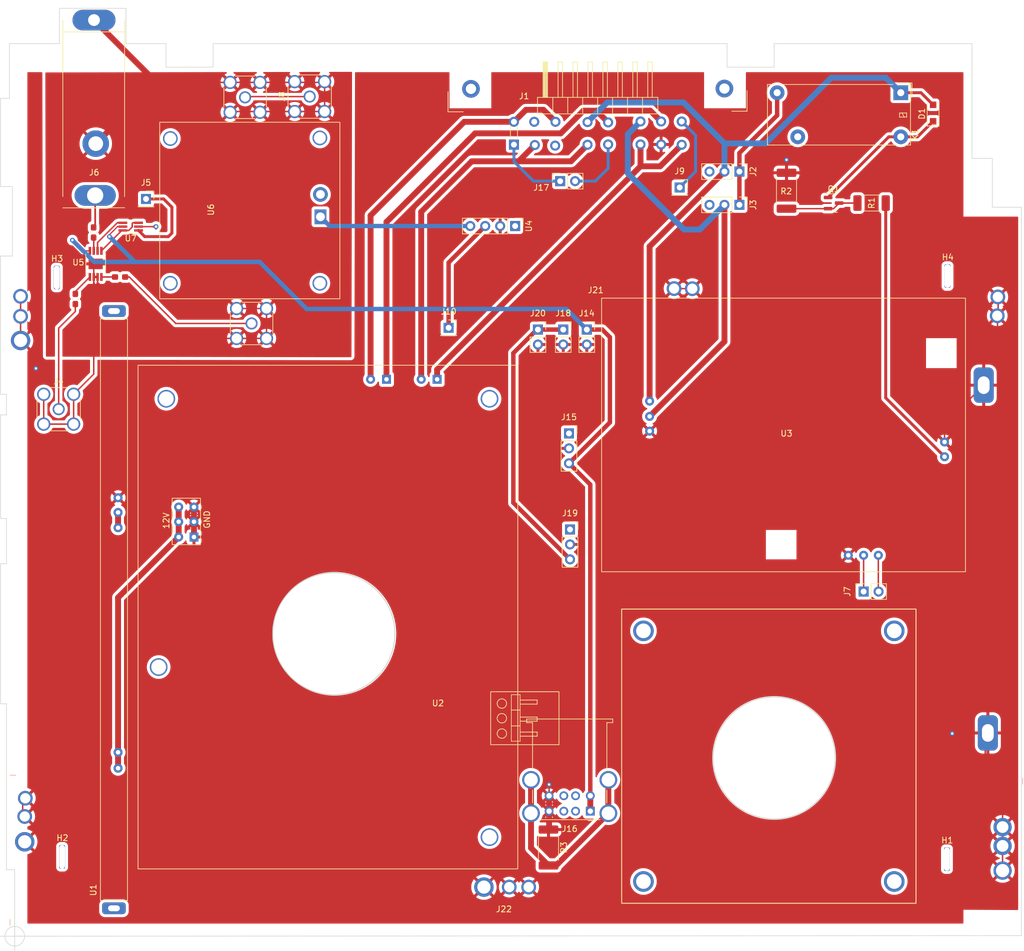
<source format=kicad_pcb>
(kicad_pcb (version 20211014) (generator pcbnew)
  (layers (0 "F.Cu" signal) (1 "In1.Cu" power) (2 "In2.Cu" power) (31 "B.Cu" signal) (34 "B.Paste" user) (35 "F.Paste" user) (36 "B.SilkS" user "B.Silkscreen") (37 "F.SilkS" user "F.Silkscreen") (38 "B.Mask" user) (39 "F.Mask" user) (44 "Edge.Cuts" user))
  (net 0 "")
  (net 1 "GND")
  (net 2 "Net-(Q1-Pad2)")
  (net 3 "Net-(J16-Pad9)")
  (net 4 "RELAY")
  (net 5 "Vmem")
  (net 6 "Vdd")
  (net 7 "Vsrc")
  (net 8 "Net-(D1-Pad1)")
  (net 9 "5V")
  (net 14 "Radio_EN")
  (net 15 "UART_RX")
  (net 16 "UART_TX")
  (net 17 "5V_GP")
  (net 18 "FrontSpkr_L+")
  (net 19 "FrontSpkr_L-")
  (net 20 "Illum")
  (net 21 "Dim")
  (net 22 "Antenna_Pwr")
  (net 23 "FrontSpkr_R+")
  (net 24 "FrontSpkr_R-")
  (net 25 "Vacc")
  (net 28 "Antenna")
  (net 29 "AudioPwr")
  (net 30 "RF_CTL")
  (net 31 "RF_A")
  (net 32 "RF_B")
  (net 33 "8V")
  (net 34 "Net-(C2-Pad1)")
  (net 35 "Net-(C3-Pad1)")
  (net 36 "RF_TX")
  (net 37 "RF_RX")
  (net 38 "RF_ATX")
  (net 39 "RF_gnd")
  (net 40 "Net-(C1-Pad2)")
  (footprint "Connector_PinSocket_2.54mm:PinSocket_1x01_P2.54mm_Vertical" (layer "F.Cu") (at 200.6 105.3)
    (fp_text reference "J10")
    (fp_text value "RF_EN")
  )
  (footprint "Connector_Coaxial:SMA_Amphenol_132134_Vertical" (layer "F.Cu") (at 177 66 90)
    (fp_text reference "J8")
    (fp_text value "RF_TX")
  )
  (footprint "Relay_THT:Relay_1P1T_NO_10x24x18.8mm_Panasonic_ADW11xxxxW_THT" (layer "F.Cu") (at 277.4075 65.3425 -90)
    (fp_text reference "K1")
    (fp_text value "ADW1112HTW ")
  )
  (footprint "Capacitor_SMD:C_0603_1608Metric_Pad1.08x0.95mm_HandSolder" (layer "F.Cu") (at 144.8 96.663454)
    (fp_text reference "C3" hide)
    (fp_text value "10uF" hide)
  )
  (footprint "Connector_PinSocket_2.54mm:PinSocket_1x02_P2.54mm_Vertical" (layer "F.Cu") (at 224.075 105.6)
    (fp_text reference "J14")
    (fp_text value "5V_1")
  )
  (footprint "Custom:AudioAmp_PS" (layer "F.Cu") (at 146.055 202.95 90)
    (fp_text reference "U1")
    (fp_text value "AudioAmp_PS")
  )
  (footprint "Custom:MotherBoard_Bracket_2" (layer "F.Cu") (at 125.395 113.05)
    (fp_text reference "J21")
    (fp_text value "Motherboard bracket")
  )
  (footprint "Custom:SubaruRadioJack" (layer "F.Cu") (at 134.8675 83)
    (fp_text reference "J6")
    (fp_text value "AntennaExternal")
  )
  (footprint "Connector_Coaxial:SMA_Amphenol_132134_Vertical" (layer "F.Cu") (at 134.366 119.126)
    (fp_text reference "J4")
    (fp_text value "RF_RX")
  )
  (footprint "Connector_PinSocket_2.54mm:PinSocket_1x03_P2.54mm_Vertical" (layer "F.Cu") (at 221.05 123.25)
    (fp_text reference "J15")
    (fp_text value "RPI_Buck")
  )
  (footprint "Connector_PinSocket_2.54mm:PinSocket_1x02_P2.54mm_Vertical" (layer "F.Cu") (at 215.775 105.6)
    (fp_text reference "J20")
    (fp_text value "5V_3")
  )
  (footprint "Connector_PinHeader_2.54mm:PinHeader_1x03_P2.54mm_Vertical" (layer "F.Cu") (at 250 78.75 -90)
    (fp_text reference "J2")
    (fp_text value "Vmem Jumper")
  )
  (footprint "Custom:MotherBoard_Bracket_1" (layer "F.Cu") (at 298.1 206.85)
    (fp_text reference "J22")
    (fp_text value "Motherboard bracket")
  )
  (footprint "Custom:PS_Controller" (layer "F.Cu") (at 226.595 146.755)
    (fp_text reference "U3")
    (fp_text value "PowerSupplyCtrl")
  )
  (footprint "Custom:RectangleSlot" (layer "F.Cu") (at 285.25 195.6)
    (fp_text reference "H1")
    (fp_text value "MountingHole")
  )
  (footprint "Custom:AudioAmp" (layer "F.Cu") (at 212.35 197.255 90)
    (fp_text reference "U2")
    (fp_text value "AudioAmp")
  )
  (footprint "Connector_PinSocket_2.54mm:PinSocket_1x01_P2.54mm_Vertical" (layer "F.Cu") (at 239.85 81.45)
    (fp_text reference "J9")
    (fp_text value "AntennaPwr_Conn")
  )
  (footprint "Capacitor_SMD:C_0603_1608Metric_Pad1.08x0.95mm_HandSolder" (layer "F.Cu") (at 140.3 89.1 -90)
    (fp_text reference "C1" hide)
    (fp_text value "10uF" hide)
  )
  (footprint "Connector_USB:USB_A_Wuerth_61400826021_Horizontal_Stacked" (layer "F.Cu") (at 224.67 187.45 180)
    (fp_text reference "J16")
    (fp_text value "AUSB2-4599")
  )
  (footprint "Connector_PinSocket_2.54mm:PinSocket_1x01_P2.54mm_Vertical" (layer "F.Cu") (at 149.2 83.4)
    (fp_text reference "J5")
    (fp_text value "RF_CTRL")
  )
  (footprint "MountingHole:MountingHole_2.5mm_Pad" (layer "F.Cu") (at 276.3 156.8)
    (fp_text reference "H7" hide)
    (fp_text value "DAC_mount")
  )
  (footprint "Resistor_SMD:R_2512_6332Metric_Pad1.40x3.35mm_HandSolder" (layer "F.Cu") (at 258 82 -90)
    (fp_text reference "R2")
    (fp_text value "RC2512JK-0747KL")
  )
  (footprint "Custom:HeadUnit_Conn" (layer "F.Cu") (at 200.9 68.1875)
    (fp_text reference "J1")
    (fp_text value "Wire Harness")
  )
  (footprint "Custom:RectangleSlot" (layer "F.Cu") (at 134.95 195.2)
    (fp_text reference "H2")
    (fp_text value "MountingHole")
  )
  (footprint "Connector_PinSocket_2.54mm:PinSocket_1x02_P2.54mm_Vertical" (layer "F.Cu") (at 220.075 105.6)
    (fp_text reference "J18")
    (fp_text value "5V_2")
  )
  (footprint "Capacitor_SMD:C_0603_1608Metric_Pad1.08x0.95mm_HandSolder" (layer "F.Cu") (at 137.2 100.4 -90)
    (fp_text reference "C2" hide)
    (fp_text value "10uF" hide)
  )
  (footprint "Resistor_SMD:R_2512_6332Metric_Pad1.40x3.35mm_HandSolder" (layer "F.Cu") (at 217.57 193.62 -90)
    (fp_text reference "R3")
    (fp_text value "HCJ2512ZT0R00")
  )
  (footprint "Diode_SMD:D_SOD-123F" (layer "F.Cu") (at 282.9 68.8 90)
    (fp_text reference "D1")
    (fp_text value "FS1B")
  )
  (footprint "Connector_PinSocket_2.54mm:PinSocket_1x03_P2.54mm_Vertical" (layer "F.Cu") (at 221.225 139.575)
    (fp_text reference "J19")
    (fp_text value "GP_Buck")
  )
  (footprint "Connector_PinHeader_2.54mm:PinHeader_1x03_P2.54mm_Vertical" (layer "F.Cu") (at 250 84.4 -90)
    (fp_text reference "J3")
    (fp_text value "Vacc_jumper")
  )
  (footprint "Resistor_SMD:R_2010_5025Metric_Pad1.40x2.65mm_HandSolder" (layer "F.Cu") (at 272.45 84.1 180)
    (fp_text reference "R1")
    (fp_text value "RMCP2010FT470R")
  )
  (footprint "Custom:HMC784AMS8GETR" (layer "F.Cu") (at 140.6475 94.43655 -90)
    (fp_text reference "U5")
    (fp_text value "HMC784AMS8GETR" hide)
  )
  (footprint "Custom:RectangleSlot" (layer "F.Cu") (at 285.35 96.5)
    (fp_text reference "H4")
    (fp_text value "MountingHole")
  )
  (footprint "MountingHole:MountingHole_2.5mm_Pad" (layer "F.Cu") (at 276.3 199.4)
    (fp_text reference "H6" hide)
    (fp_text value "DAC_mount")
  )
  (footprint "Connector_PinHeader_2.54mm:PinHeader_1x04_P2.54mm_Vertical" (layer "F.Cu") (at 211.9 88 -90)
    (fp_text reference "U4")
    (fp_text value "RadioRegulator")
  )
  (footprint "Package_TO_SOT_SMD:SOT-363_SC-70-6_Handsoldering" (layer "F.Cu") (at 146.6 88.1 180)
    (fp_text reference "U7")
    (fp_text value "SN74LVC2G06QDCKRQ1" hide)
  )
  (footprint "Custom:RectangleSlot" (layer "F.Cu") (at 134.05 96.75)
    (fp_text reference "H3")
    (fp_text value "MountingHole")
  )
  (footprint "Connector_PinSocket_2.54mm:PinSocket_1x02_P2.54mm_Vertical" (layer "F.Cu") (at 219.55 80.375 90)
    (fp_text reference "J17")
    (fp_text value "Illum/Dim")
  )
  (footprint "MountingHole:MountingHole_2.5mm_Pad" (layer "F.Cu") (at 233.7 156.8)
    (fp_text reference "H5" hide)
    (fp_text value "DAC_mount")
  )
  (footprint "Connector_PinSocket_2.54mm:PinSocket_1x02_P2.54mm_Vertical" (layer "F.Cu") (at 271.1 150.125 90)
    (fp_text reference "J7")
    (fp_text value "PwrCtrl_in")
  )
  (footprint "Custom:RadioAmp" (layer "F.Cu") (at 181.032 100.329 90)
    (fp_text reference "U6")
    (fp_text value "RadioAmp")
  )
  (footprint "MountingHole:MountingHole_2.5mm_Pad" (layer "F.Cu") (at 233.7 199.4)
    (fp_text reference "H8" hide)
    (fp_text value "DAC_mount")
  )
  (footprint "Package_TO_SOT_SMD:SOT-23" (layer "F.Cu") (at 266 84.1)
    (fp_text reference "Q1")
    (fp_text value "T2N7002BK,LM")
  )
  (gr_rect (start 230 153.1) (end 280 203.1) (layer "F.SilkS") (width 0.15) (fill none))
  (gr_line (start 297.89 84.8) (end 297.89 208.6) (layer "Edge.Cuts") (width 0.1))
  (gr_line (start 125.5 169.2) (end 125.5 197.4) (layer "Edge.Cuts") (width 0.1))
  (gr_circle (center 255.9 178.4) (end 266.269667 178.4) (layer "Edge.Cuts") (width 0.15) (fill none))
  (gr_line (start 126.5 81.3) (end 126.5 93.1) (layer "Edge.Cuts") (width 0.1))
  (gr_line (start 134.5 51) (end 145.8 51) (layer "Edge.Cuts") (width 0.1))
  (gr_line (start 145.8 57) (end 152.6 57) (layer "Edge.Cuts") (width 0.1))
  (gr_line (start 126.5 93.1) (end 124.5 93.1) (layer "Edge.Cuts") (width 0.1))
  (gr_line (start 124.5 116.6) (end 125.5 116.6) (layer "Edge.Cuts") (width 0.1))
  (gr_line (start 247.9 57) (end 247.9 61) (layer "Edge.Cuts") (width 0.1))
  (gr_line (start 255.9 61) (end 255.9 57) (layer "Edge.Cuts") (width 0.1))
  (gr_line (start 160.6 57) (end 247.9 57) (layer "Edge.Cuts") (width 0.1))
  (gr_line (start 124.5 145.4) (end 124.5 169.2) (layer "Edge.Cuts") (width 0.1))
  (gr_line (start 152.6 57) (end 152.6 61) (layer "Edge.Cuts") (width 0.1))
  (gr_line (start 125.5 137.7) (end 125.5 145.4) (layer "Edge.Cuts") (width 0.1))
  (gr_line (start 125.5 145.4) (end 124.5 145.4) (layer "Edge.Cuts") (width 0.1))
  (gr_line (start 292.95 76.5) (end 292.95 84.8) (layer "Edge.Cuts") (width 0.1))
  (gr_line (start 292.95 84.8) (end 297.89 84.8) (layer "Edge.Cuts") (width 0.1))
  (gr_line (start 124.5 66.3) (end 126 66.3) (layer "Edge.Cuts") (width 0.1))
  (gr_line (start 125.5 197.4) (end 126.9 197.4) (layer "Edge.Cuts") (width 0.1))
  (gr_line (start 126.9 208.7) (end 297.89 208.6) (layer "Edge.Cuts") (width 0.1))
  (gr_line (start 152.6 61) (end 160.6 61) (layer "Edge.Cuts") (width 0.1))
  (gr_line (start 124.5 137.7) (end 125.5 137.7) (layer "Edge.Cuts") (width 0.1))
  (gr_line (start 126.9 197.4) (end 126.9 208.7) (layer "Edge.Cuts") (width 0.1))
  (gr_line (start 134.5 57) (end 134.5 51) (layer "Edge.Cuts") (width 0.1))
  (gr_line (start 125.5 120.1) (end 124.5 120.1) (layer "Edge.Cuts") (width 0.1))
  (gr_line (start 126 57) (end 134.5 57) (layer "Edge.Cuts") (width 0.1))
  (gr_line (start 289.5 76.5) (end 292.95 76.5) (layer "Edge.Cuts") (width 0.1))
  (gr_line (start 124.5 120.1) (end 124.5 137.7) (layer "Edge.Cuts") (width 0.1))
  (gr_line (start 124.6 81.3) (end 126.5 81.3) (layer "Edge.Cuts") (width 0.1))
  (gr_line (start 124.5 93.1) (end 124.5 116.6) (layer "Edge.Cuts") (width 0.1))
  (gr_line (start 124.5 66.3) (end 124.5 81.3) (layer "Edge.Cuts") (width 0.1))
  (gr_line (start 125.5 116.6) (end 125.5 120.1) (layer "Edge.Cuts") (width 0.1))
  (gr_line (start 160.6 61) (end 160.6 57) (layer "Edge.Cuts") (width 0.1))
  (gr_line (start 124.5 169.2) (end 125.5 169.2) (layer "Edge.Cuts") (width 0.1))
  (gr_line (start 289.5 57) (end 289.5 76.5) (layer "Edge.Cuts") (width 0.1))
  (gr_line (start 247.9 61) (end 255.9 61) (layer "Edge.Cuts") (width 0.1))
  (gr_line (start 124.5 81.3) (end 124.6 81.3) (layer "Edge.Cuts") (width 0.1))
  (gr_circle (center 181.1 157.3) (end 191.469667 157.3) (layer "Edge.Cuts") (width 0.15) (fill none))
  (gr_line (start 145.8 51) (end 145.8 57) (layer "Edge.Cuts") (width 0.1))
  (gr_line (start 255.9 57) (end 289.5 57) (layer "Edge.Cuts") (width 0.1))
  (gr_line (start 126 66.3) (end 126 57) (layer "Edge.Cuts") (width 0.1))
  (target plus (at 126.9 208.7) (size 5) (width 0.1) (layer "Edge.Cuts"))
  (segment (start 291.75 174.25) (end 291.75 181.35) (width 0.25) (layer "F.Cu") (net 1))
  (segment (start 293.845 107.705) (end 292.8 108.75) (width 0.25) (layer "F.Cu") (net 1))
  (segment (start 293.95 183.55) (end 294.7 184.3) (width 0.25) (layer "F.Cu") (net 1))
  (segment (start 294.7 184.3) (end 294.7 197.55) (width 0.25) (layer "F.Cu") (net 1))
  (segment (start 291.545 115.125) (end 291.545 110.005) (width 0.25) (layer "F.Cu") (net 1))
  (segment (start 284.845 121.7) (end 291.495 115.05) (width 0.25) (layer "F.Cu") (net 1))
  (segment (start 217.67 187.45) (end 217.67 190.47) (width 1) (layer "F.Cu") (net 1))
  (segment (start 293.945 103.225) (end 293.845 103.325) (width 0.25) (layer "F.Cu") (net 1))
  (segment (start 215.775 108.14) (end 224.075 108.14) (width 0.25) (layer "F.Cu") (net 1))
  (segment (start 291.545 110.005) (end 292.8 108.75) (width 0.25) (layer "F.Cu") (net 1))
  (segment (start 293.95 183.55) (end 291.75 181.35) (width 0.25) (layer "F.Cu") (net 1))
  (segment (start 217.67 182.92) (end 217.67 184.83) (width 0.25) (layer "F.Cu") (net 1))
  (segment (start 127.895 107.45) (end 130.5 110.055) (width 0.25) (layer "F.Cu") (net 1))
  (segment (start 258 76.75) (end 258 78.95) (width 0.25) (layer "F.Cu") (net 1))
  (segment (start 130.5 110.055) (end 130.5 112.2) (width 0.25) (layer "F.Cu") (net 1))
  (segment (start 128.25 185.55) (end 128.25 188.55) (width 0.25) (layer "F.Cu") (net 1))
  (segment (start 293.845 103.325) (end 293.845 107.705) (width 0.25) (layer "F.Cu") (net 1))
  (segment (start 157.35 135.755) (end 157.35 141) (width 1) (layer "F.Cu") (net 1))
  (segment (start 217.67 190.47) (end 217.57 190.57) (width 1) (layer "F.Cu") (net 1))
  (segment (start 241.981052 98.636052) (end 241.995 98.65) (width 0.25) (layer "F.Cu") (net 1))
  (segment (start 293.945 100.125) (end 293.945 103.225) (width 0.25) (layer "F.Cu") (net 1))
  (segment (start 127.895 99.95) (end 127.895 107.45) (width 0.25) (layer "F.Cu") (net 1))
  (segment (start 284.845 124.705) (end 284.845 121.7) (width 0.25) (layer "F.Cu") (net 1))
  (segment (start 286.15 174.25) (end 292.1 174.25) (width 0.25) (layer "F.Cu") (net 1))
  (segment (start 292.1 174.25) (end 292.2 174.15) (width 0.25) (layer "F.Cu") (net 1))
  (segment (start 238.895 98.636052) (end 241.981052 98.636052) (width 0.25) (layer "F.Cu") (net 1))
  (segment (start 147.93 88.1) (end 150.9 88.1) (width 0.25) (layer "F.Cu") (net 1))
  (segment (start 217.67 184.83) (end 217.67 187.45) (width 1) (layer "F.Cu") (net 1))
  (via (at 286.15 174.25) (size 0.8) (drill 0.4) (layers "F.Cu" "B.Cu") (net 1))
  (via (at 258 76.75) (size 0.8) (drill 0.4) (layers "F.Cu" "B.Cu") (net 1))
  (via (at 217.67 182.92) (size 0.8) (drill 0.4) (layers "F.Cu" "B.Cu") (net 1))
  (via (at 150.9 88.1) (size 0.8) (drill 0.4) (layers "F.Cu" "B.Cu") (net 1))
  (via (at 130.5 112.2) (size 0.8) (drill 0.4) (layers "F.Cu" "B.Cu") (net 1))
  (segment (start 265.0625 85.05) (end 265.9875 85.05) (width 0.25) (layer "F.Cu") (net 2))
  (segment (start 266.9375 84.1) (end 270.05 84.1) (width 0.25) (layer "F.Cu") (net 2))
  (segment (start 258 85.05) (end 265.0625 85.05) (width 0.25) (layer "F.Cu") (net 2))
  (segment (start 265.9875 85.05) (end 266.9375 84.1) (width 0.25) (layer "F.Cu") (net 2))
  (segment (start 217.57 196.67) (end 218.87 196.67) (width 1) (layer "F.Cu") (net 3))
  (segment (start 214.6 193.7) (end 214.6 182.12) (width 1) (layer "F.Cu") (net 3))
  (segment (start 227.74 182.12) (end 227.74 187.8) (width 1) (layer "F.Cu") (net 3))
  (segment (start 217.57 196.67) (end 214.6 193.7) (width 1) (layer "F.Cu") (net 3))
  (segment (start 218.87 196.67) (end 227.74 187.8) (width 1) (layer "F.Cu") (net 3))
  (segment (start 284.845 127.205) (end 274.85 117.21) (width 0.5) (layer "F.Cu") (net 4))
  (segment (start 274.85 117.21) (end 274.85 84.1) (width 0.5) (layer "F.Cu") (net 4))
  (segment (start 247.46 78.75) (end 234.745 91.465) (width 1) (layer "F.Cu") (net 5))
  (segment (start 277.4075 65.3425) (end 280.8425 65.3425) (width 0.5) (layer "F.Cu") (net 5))
  (segment (start 234.745 91.465) (end 234.745 117.755) (width 1) (layer "F.Cu") (net 5))
  (segment (start 280.8425 65.3425) (end 282.9 67.4) (width 0.5) (layer "F.Cu") (net 5))
  (segment (start 247.46 73.96) (end 254.44 73.96) (width 1) (layer "B.Cu") (net 5))
  (segment (start 265.6 62.8) (end 274.865 62.8) (width 1) (layer "B.Cu") (net 5))
  (segment (start 254.44 73.96) (end 265.6 62.8) (width 1) (layer "B.Cu") (net 5))
  (segment (start 274.865 62.8) (end 277.4075 65.3425) (width 1) (layer "B.Cu") (net 5))
  (segment (start 224.2 70.3375) (end 227.5375 67) (width 1) (layer "B.Cu") (net 5))
  (segment (start 227.5375 67) (end 240.5 67) (width 1) (layer "B.Cu") (net 5))
  (segment (start 247.46 73.96) (end 247.46 78.75) (width 1) (layer "B.Cu") (net 5))
  (segment (start 240.5 67) (end 247.46 73.96) (width 1) (layer "B.Cu") (net 5))
  (segment (start 256.4075 69.1925) (end 256.4075 65.3425) (width 0.75) (layer "F.Cu") (net 6))
  (segment (start 250 78.75) (end 250 75.6) (width 0.75) (layer "F.Cu") (net 6))
  (segment (start 250 75.6) (end 256.4075 69.1925) (width 0.75) (layer "F.Cu") (net 6))
  (segment (start 250 84.4) (end 250 78.75) (width 0.75) (layer "F.Cu") (net 6))
  (segment (start 144.455 136.68) (end 144.455 139.28) (width 1) (layer "F.Cu") (net 7))
  (segment (start 265.0625 83.15) (end 275.37 72.8425) (width 0.5) (layer "F.Cu") (net 8))
  (segment (start 280.2575 72.8425) (end 282.9 70.2) (width 0.5) (layer "F.Cu") (net 8))
  (segment (start 277.4075 72.8425) (end 280.2575 72.8425) (width 0.5) (layer "F.Cu") (net 8))
  (segment (start 275.37 72.8425) (end 277.4075 72.8425) (width 0.5) (layer "F.Cu") (net 8))
  (segment (start 224.67 187.45) (end 224.67 184.83) (width 1) (layer "F.Cu") (net 9))
  (segment (start 136.7 90.4) (end 138.51405 92.21405) (width 0.2) (layer "F.Cu") (net 9))
  (segment (start 224.075 105.6) (end 226.7 105.6) (width 0.75) (layer "F.Cu") (net 9))
  (segment (start 224.67 131.95) (end 224.67 184.83) (width 0.75) (layer "F.Cu") (net 9))
  (segment (start 221.05 128.33) (end 224.67 131.95) (width 0.75) (layer "F.Cu") (net 9))
  (segment (start 228 121.38) (end 221.05 128.33) (width 0.75) (layer "F.Cu") (net 9))
  (segment (start 144.370978 88.1) (end 145.27 88.1) (width 0.2) (layer "F.Cu") (net 9))
  (segment (start 143 89.8) (end 143 89.470978) (width 0.2) (layer "F.Cu") (net 9))
  (segment (start 228 106.9) (end 228 121.38) (width 0.75) (layer "F.Cu") (net 9))
  (segment (start 226.7 105.6) (end 228 106.9) (width 0.75) (layer "F.Cu") (net 9))
  (segment (start 143 89.470978) (end 144.370978 88.1) (width 0.2) (layer "F.Cu") (net 9))
  (segment (start 138.51405 92.21405) (end 139.67214 92.21405) (width 0.2) (layer "F.Cu") (net 9))
  (via (at 143 89.8) (size 0.8) (drill 0.4) (layers "F.Cu" "B.Cu") (net 9))
  (via (at 136.7 90.4) (size 0.8) (drill 0.4) (layers "F.Cu" "B.Cu") (net 9))
  (segment (start 220.575 102.1) (end 176.5 102.1) (width 0.75) (layer "B.Cu") (net 9))
  (segment (start 168.5 94.1) (end 147.3 94.1) (width 0.75) (layer "B.Cu") (net 9))
  (segment (start 224.075 105.6) (end 220.575 102.1) (width 0.75) (layer "B.Cu") (net 9))
  (segment (start 176.5 102.1) (end 168.5 94.1) (width 0.75) (layer "B.Cu") (net 9))
  (segment (start 140.4 94.1) (end 136.7 90.4) (width 0.75) (layer "B.Cu") (net 9))
  (segment (start 147.3 94.1) (end 140.4 94.1) (width 0.75) (layer "B.Cu") (net 9))
  (segment (start 143 89.8) (end 147.3 94.1) (width 0.75) (layer "B.Cu") (net 9))
  (segment (start 200.6 94.22) (end 206.82 88) (width 0.75) (layer "F.Cu") (net 14))
  (segment (start 200.6 105.3) (end 200.6 94.22) (width 0.75) (layer "F.Cu") (net 14))
  (segment (start 271.095 150.12) (end 271.1 150.125) (width 0.25) (layer "F.Cu") (net 15))
  (segment (start 271.095 143.955) (end 271.095 150.12) (width 0.25) (layer "F.Cu") (net 15))
  (segment (start 273.595 150.08) (end 273.64 150.125) (width 0.25) (layer "F.Cu") (net 16))
  (segment (start 273.595 143.955) (end 273.595 150.08) (width 0.25) (layer "F.Cu") (net 16))
  (segment (start 211.6 109.6) (end 215.6 105.6) (width 0.75) (layer "F.Cu") (net 17))
  (segment (start 215.775 105.6) (end 220.075 105.6) (width 0.75) (layer "F.Cu") (net 17))
  (segment (start 211.6 135.03) (end 211.6 109.6) (width 0.75) (layer "F.Cu") (net 17))
  (segment (start 215.6 105.6) (end 215.775 105.6) (width 0.25) (layer "F.Cu") (net 17))
  (segment (start 221.225 144.655) (end 211.6 135.03) (width 0.75) (layer "F.Cu") (net 17))
  (segment (start 195.95 85.585) (end 204.535 77) (width 1) (layer "F.Cu") (net 18))
  (segment (start 212.4875 77) (end 221.3875 77) (width 1) (layer "F.Cu") (net 18))
  (segment (start 195.95 114.055) (end 195.95 85.585) (width 1) (layer "F.Cu") (net 18))
  (segment (start 204.535 77) (end 212.4875 77) (width 1) (layer "F.Cu") (net 18))
  (segment (start 212.4875 77) (end 215.25 74.2375) (width 1) (layer "F.Cu") (net 18))
  (segment (start 221.3875 77) (end 224.2 74.1875) (width 1) (layer "F.Cu") (net 18))
  (segment (start 236.5375 77.85) (end 240.2 74.1875) (width 1) (layer "F.Cu") (net 19))
  (segment (start 198.65 112.4) (end 227.75 83.3) (width 1) (layer "F.Cu") (net 19))
  (segment (start 227.75 83.3) (end 233.2 77.85) (width 1) (layer "F.Cu") (net 19))
  (segment (start 233.2 77.85) (end 233.2 74.1375) (width 1) (layer "F.Cu") (net 19))
  (segment (start 198.65 114.055) (end 198.65 112.4) (width 1) (layer "F.Cu") (net 19))
  (segment (start 233.2 77.85) (end 236.5375 77.85) (width 1) (layer "F.Cu") (net 19))
  (segment (start 215.025 80.375) (end 219.55 80.375) (width 0.5) (layer "B.Cu") (net 20))
  (segment (start 211.7 77.05) (end 215.025 80.375) (width 0.5) (layer "B.Cu") (net 20))
  (segment (start 211.7 74.1675) (end 211.7 77.05) (width 0.5) (layer "B.Cu") (net 20))
  (segment (start 225.525 80.375) (end 222.09 80.375) (width 0.5) (layer "B.Cu") (net 21))
  (segment (start 227.7 78.2) (end 225.525 80.375) (width 0.5) (layer "B.Cu") (net 21))
  (segment (start 227.7 74.1375) (end 227.7 78.2) (width 0.5) (layer "B.Cu") (net 21))
  (segment (start 242.55 72.5875) (end 242.55 78.75) (width 0.5) (layer "B.Cu") (net 22))
  (segment (start 240.2 70.2375) (end 242.55 72.5875) (width 0.5) (layer "B.Cu") (net 22))
  (segment (start 242.55 78.75) (end 239.85 81.45) (width 0.5) (layer "B.Cu") (net 22))
  (segment (start 211.7 70.2875) (end 203.2625 70.2875) (width 1) (layer "F.Cu") (net 23))
  (segment (start 211.7 70.2875) (end 213.7375 68.25) (width 1) (layer "F.Cu") (net 23))
  (segment (start 187.35 114.055) (end 187.35 86.2) (width 1) (layer "F.Cu") (net 23))
  (segment (start 213.7375 68.25) (end 216.7125 68.25) (width 1) (layer "F.Cu") (net 23))
  (segment (start 187.35 86.2) (end 203.2625 70.2875) (width 1) (layer "F.Cu") (net 23))
  (segment (start 216.7125 68.25) (end 218.75 70.2875) (width 1) (layer "F.Cu") (net 23))
  (segment (start 225.7125 68.4) (end 227.7 70.3875) (width 1) (layer "F.Cu") (net 24))
  (segment (start 205.118 72.25) (end 190.05 87.318) (width 1) (layer "F.Cu") (net 24))
  (segment (start 224.25 68.4) (end 225.7125 68.4) (width 0.2) (layer "F.Cu") (net 24))
  (segment (start 190.05 87.318) (end 190.05 114.055) (width 1) (layer "F.Cu") (net 24))
  (segment (start 224.25 68.4) (end 223.95 68.4) (width 0.2) (layer "F.Cu") (net 24))
  (segment (start 234.8625 68.4) (end 236.7 70.2375) (width 1) (layer "F.Cu") (net 24))
  (segment (start 224.25 68.4) (end 234.8625 68.4) (width 1) (layer "F.Cu") (net 24))
  (segment (start 219.65 72.25) (end 205.118 72.25) (width 1) (layer "F.Cu") (net 24))
  (segment (start 224.25 68.4) (end 223.5 68.4) (width 1) (layer "F.Cu") (net 24))
  (segment (start 223.5 68.4) (end 219.65 72.25) (width 1) (layer "F.Cu") (net 24))
  (segment (start 247.46 84.4) (end 247.46 107.64) (width 1) (layer "F.Cu") (net 25))
  (segment (start 247.46 107.64) (end 234.745 120.355) (width 1) (layer "F.Cu") (net 25))
  (segment (start 231.05 72.3875) (end 231.05 79.05) (width 1) (layer "B.Cu") (net 25))
  (segment (start 240.6 88.6) (end 243.26 88.6) (width 1) (layer "B.Cu") (net 25))
  (segment (start 243.26 88.6) (end 247.46 84.4) (width 1) (layer "B.Cu") (net 25))
  (segment (start 233.2 70.2375) (end 231.05 72.3875) (width 1) (layer "B.Cu") (net 25))
  (segment (start 231.05 79.05) (end 240.6 88.6) (width 1) (layer "B.Cu") (net 25))
  (segment (start 140.5675 87.97) (end 140.5675 82.8) (width 0.3) (layer "F.Cu") (net 28))
  (segment (start 140.3 88.2375) (end 140.5675 87.97) (width 0.3) (layer "F.Cu") (net 28))
  (segment (start 154.75 135.755) (end 154.75 140.855) (width 1) (layer "F.Cu") (net 29))
  (segment (start 144.455 177.45) (end 144.455 180.15) (width 1) (layer "F.Cu") (net 29))
  (segment (start 144.455 177.45) (end 144.455 151.15) (width 1) (layer "F.Cu") (net 29))
  (segment (start 144.455 151.15) (end 154.75 140.855) (width 1) (layer "F.Cu") (net 29))
  (segment (start 153.6 84.8) (end 153.6 89.2) (width 0.5) (layer "F.Cu") (net 30))
  (segment (start 153.6 89.2) (end 153 89.8) (width 0.5) (layer "F.Cu") (net 30))
  (segment (start 152.2 83.4) (end 153.6 84.8) (width 0.5) (layer "F.Cu") (net 30))
  (segment (start 149.2 83.4) (end 152.2 83.4) (width 0.5) (layer "F.Cu") (net 30))
  (segment (start 153 89.8) (end 148.98 89.8) (width 0.5) (layer "F.Cu") (net 30))
  (segment (start 148.98 89.8) (end 147.93 88.75) (width 0.5) (layer "F.Cu") (net 30))
  (segment (start 145.27 88.75) (end 146.27 88.75) (width 0.25) (layer "F.Cu") (net 31))
  (segment (start 145.08691 88.75) (end 141.62286 92.21405) (width 0.25) (layer "F.Cu") (net 31))
  (segment (start 146.855489 88.164511) (end 146.855489 87.575489) (width 0.25) (layer "F.Cu") (net 31))
  (segment (start 146.855489 87.575489) (end 146.980978 87.45) (width 0.25) (layer "F.Cu") (net 31))
  (segment (start 145.27 88.75) (end 145.08691 88.75) (width 0.25) (layer "F.Cu") (net 31))
  (segment (start 146.980978 87.45) (end 147.93 87.45) (width 0.25) (layer "F.Cu") (net 31))
  (segment (start 146.27 88.75) (end 146.855489 88.164511) (width 0.25) (layer "F.Cu") (net 31))
  (segment (start 145.27 87.45) (end 144.320978 87.45) (width 0.25) (layer "F.Cu") (net 32))
  (segment (start 144.320978 87.45) (end 140.97262 90.798358) (width 0.25) (layer "F.Cu") (net 32))
  (segment (start 140.97262 90.798358) (end 140.97262 92.21405) (width 0.25) (layer "F.Cu") (net 32))
  (segment (start 204.28 88) (end 180.403 88) (width 0.75) (layer "B.Cu") (net 33))
  (segment (start 180.403 88) (end 178.832 86.429) (width 0.75) (layer "B.Cu") (net 33))
  (segment (start 137.2 99.5375) (end 137.2 99.13119) (width 0.25) (layer "F.Cu") (net 34))
  (segment (start 137.2 99.13119) (end 139.67214 96.65905) (width 0.25) (layer "F.Cu") (net 34))
  (segment (start 141.62286 96.65905) (end 143.933096 96.65905) (width 0.25) (layer "F.Cu") (net 35))
  (segment (start 143.933096 96.65905) (end 143.9375 96.663454) (width 0.25) (layer "F.Cu") (net 35))
  (segment (start 166.161 66) (end 166.032 66.129) (width 0.25) (layer "F.Cu") (net 36))
  (segment (start 177 66) (end 166.161 66) (width 0.25) (layer "F.Cu") (net 36))
  (segment (start 137.2 101.2625) (end 137.2 102.525816) (width 0.25) (layer "F.Cu") (net 37))
  (segment (start 137.2 102.525816) (end 134.366 105.359816) (width 0.25) (layer "F.Cu") (net 37))
  (segment (start 134.366 119.126) (end 134.366 105.359816) (width 0.25) (layer "F.Cu") (net 37))
  (segment (start 154.259 104.559) (end 167.132 104.559) (width 0.25) (layer "F.Cu") (net 38))
  (segment (start 146.363454 96.663454) (end 154.259 104.559) (width 0.25) (layer "F.Cu") (net 38))
  (segment (start 145.6625 96.663454) (end 146.363454 96.663454) (width 0.25) (layer "F.Cu") (net 38))
  (segment (start 163.492 63.589) (end 179.411 63.589) (width 0.25) (layer "F.Cu") (net 39))
  (segment (start 140.32238 96.65905) (end 140.32238 94.76167) (width 0.25) (layer "F.Cu") (net 39))
  (segment (start 163.492 63.589) (end 151.0785 63.589) (width 0.25) (layer "F.Cu") (net 39))
  (segment (start 150.9565 63.589) (end 140.3675 53) (width 1) (layer "F.Cu") (net 39))
  (segment (start 136.906 121.666) (end 136.906 116.586) (width 0.25) (layer "F.Cu") (net 39))
  (segment (start 179.54 68.54) (end 163.621 68.54) (width 0.25) (layer "F.Cu") (net 39))
  (segment (start 169.672 107.099) (end 164.592 107.099) (width 0.25) (layer "F.Cu") (net 39))
  (segment (start 169.672 102.019) (end 169.672 107.099) (width 0.25) (layer "F.Cu") (net 39))
  (segment (start 140.97262 97.58215) (end 143.09047 99.7) (width 0.25) (layer "F.Cu") (net 39))
  (segment (start 163.621 68.54) (end 163.492 68.669) (width 0.25) (layer "F.Cu") (net 39))
  (segment (start 140.97262 96.65905) (end 140.97262 97.58215) (width 0.25) (layer "F.Cu") (net 39))
  (segment (start 179.54 63.46) (end 179.54 68.54) (width 0.25) (layer "F.Cu") (net 39))
  (segment (start 154.699 107.099) (end 164.592 107.099) (width 0.25) (layer "F.Cu") (net 39))
  (segment (start 164.592 102.019) (end 169.672 102.019) (width 0.25) (layer "F.Cu") (net 39))
  (segment (start 147.3 99.7) (end 154.699 107.099) (width 0.25) (layer "F.Cu") (net 39))
  (segment (start 179.411 63.589) (end 179.54 63.46) (width 0.25) (layer "F.Cu") (net 39))
  (segment (start 151.0785 63.589) (end 140.6675 74) (width 1) (layer "F.Cu") (net 39))
  (segment (start 131.826 116.586) (end 131.826 121.666) (width 0.25) (layer "F.Cu") (net 39))
  (segment (start 140.32238 113.16962) (end 136.906 116.586) (width 0.25) (layer "F.Cu") (net 39))
  (segment (start 143.09047 99.7) (end 147.3 99.7) (width 0.25) (layer "F.Cu") (net 39))
  (segment (start 131.826 121.666) (end 136.906 121.666) (width 0.25) (layer "F.Cu") (net 39))
  (segment (start 140.32238 96.65905) (end 140.32238 113.16962) (width 0.25) (layer "F.Cu") (net 39))
  (segment (start 140.97262 96.65905) (end 140.32238 96.65905) (width 0.25) (layer "F.Cu") (net 39))
  (segment (start 140.32238 94.76167) (end 140.6475 94.43655) (width 0.25) (layer "F.Cu") (net 39))
  (segment (start 140.32238 89.98488) (end 140.3 89.9625) (width 0.25) (layer "F.Cu") (net 40))
  (segment (start 140.32238 92.21405) (end 140.32238 89.98488) (width 0.25) (layer "F.Cu") (net 40))
  (zone (net 1) (net_name "GND") (layer "F.Cu") (name "GND") (connect_pads (clearance 0.508)) (min_thickness 0.254) (fill yes (thermal_gap 0.508) (thermal_bridge_width 0.508))
    (polygon (pts (xy 288.05 206.55) (xy 129.05 206.55) (xy 129.05 61.85) (xy 288.05 61.85)))
  )
  (zone (net 1) (net_name "GND") (layer "F.Cu") (name "GND") (connect_pads (clearance 0.508)) (min_thickness 0.254) (fill yes (thermal_gap 0.508) (thermal_bridge_width 0.508))
    (polygon (pts (xy 297.35 204.25) (xy 287.2 204.2) (xy 287.2 86.4) (xy 297.35 86.4)))
  )
  (zone (net 39) (net_name "RF_gnd") (layer "F.Cu") (name "RF_GND") (priority 1) (connect_pads (clearance 0.508)) (min_thickness 0.254) (fill yes (thermal_gap 0.508) (thermal_bridge_width 0.508))
    (polygon (pts (xy 184.1 110.3) (xy 132.2 110.2) (xy 132.1 61.9) (xy 184.2 61.8)))
  )
)
</source>
